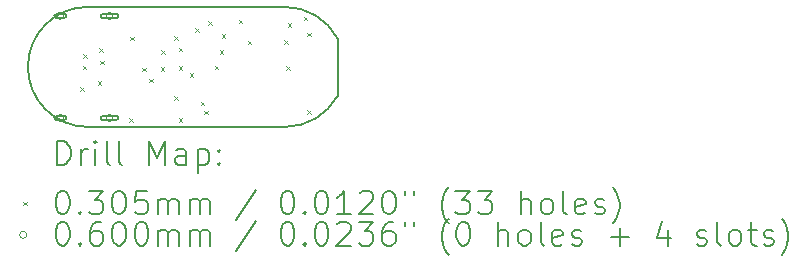
<source format=gbr>
%FSLAX45Y45*%
G04 Gerber Fmt 4.5, Leading zero omitted, Abs format (unit mm)*
G04 Created by KiCad (PCBNEW (6.0.5)) date 2022-09-22 00:28:23*
%MOMM*%
%LPD*%
G01*
G04 APERTURE LIST*
%TA.AperFunction,Profile*%
%ADD10C,0.203200*%
%TD*%
%ADD11C,0.200000*%
%ADD12C,0.030480*%
%ADD13C,0.060000*%
G04 APERTURE END LIST*
D10*
X401320Y508000D02*
G75*
G03*
X401320Y-508000I0J-508000D01*
G01*
X2516590Y238762D02*
G75*
G03*
X2069546Y508000I-447010J-236462D01*
G01*
X2516586Y238760D02*
X2516586Y-243840D01*
X401320Y-508000D02*
X2069546Y-508000D01*
X401320Y508000D02*
X2069546Y508000D01*
X2069546Y-507996D02*
G75*
G03*
X2516586Y-243840I54J510256D01*
G01*
D11*
D12*
X338513Y-173892D02*
X368993Y-204372D01*
X368993Y-173892D02*
X338513Y-204372D01*
X355600Y10160D02*
X386080Y-20320D01*
X386080Y10160D02*
X355600Y-20320D01*
X360680Y106680D02*
X391160Y76200D01*
X391160Y106680D02*
X360680Y76200D01*
X482600Y-121920D02*
X513080Y-152400D01*
X513080Y-121920D02*
X482600Y-152400D01*
X497840Y160020D02*
X528320Y129540D01*
X528320Y160020D02*
X497840Y129540D01*
X502964Y50844D02*
X533444Y20364D01*
X533444Y50844D02*
X502964Y20364D01*
X748603Y-433170D02*
X779083Y-463650D01*
X779083Y-433170D02*
X748603Y-463650D01*
X759170Y256830D02*
X789650Y226350D01*
X789650Y256830D02*
X759170Y226350D01*
X858520Y-6810D02*
X889000Y-37290D01*
X889000Y-6810D02*
X858520Y-37290D01*
X920780Y-100300D02*
X951260Y-130780D01*
X951260Y-100300D02*
X920780Y-130780D01*
X1017300Y-3780D02*
X1047780Y-34260D01*
X1047780Y-3780D02*
X1017300Y-34260D01*
X1022300Y143460D02*
X1052780Y112980D01*
X1052780Y143460D02*
X1022300Y112980D01*
X1130781Y258123D02*
X1161261Y227643D01*
X1161261Y258123D02*
X1130781Y227643D01*
X1131004Y-248008D02*
X1161484Y-278489D01*
X1161484Y-248008D02*
X1131004Y-278489D01*
X1168400Y162560D02*
X1198880Y132080D01*
X1198880Y162560D02*
X1168400Y132080D01*
X1168400Y5080D02*
X1198880Y-25400D01*
X1198880Y5080D02*
X1168400Y-25400D01*
X1170172Y-432320D02*
X1200652Y-462800D01*
X1200652Y-432320D02*
X1170172Y-462800D01*
X1264170Y-54560D02*
X1294650Y-85040D01*
X1294650Y-54560D02*
X1264170Y-85040D01*
X1310288Y325733D02*
X1340768Y295253D01*
X1340768Y325733D02*
X1310288Y295253D01*
X1356360Y-294640D02*
X1386840Y-325120D01*
X1386840Y-294640D02*
X1356360Y-325120D01*
X1383681Y-371138D02*
X1414161Y-401618D01*
X1414161Y-371138D02*
X1383681Y-401618D01*
X1418994Y386080D02*
X1449474Y355600D01*
X1449474Y386080D02*
X1418994Y355600D01*
X1473600Y10560D02*
X1504080Y-19920D01*
X1504080Y10560D02*
X1473600Y-19920D01*
X1518096Y142334D02*
X1548576Y111854D01*
X1548576Y142334D02*
X1518096Y111854D01*
X1535480Y275978D02*
X1565960Y245498D01*
X1565960Y275978D02*
X1535480Y245498D01*
X1678940Y401261D02*
X1709420Y370781D01*
X1709420Y401261D02*
X1678940Y370781D01*
X1752600Y223520D02*
X1783080Y193040D01*
X1783080Y223520D02*
X1752600Y193040D01*
X2063800Y227637D02*
X2094280Y197157D01*
X2094280Y227637D02*
X2063800Y197157D01*
X2077720Y5080D02*
X2108200Y-25400D01*
X2108200Y5080D02*
X2077720Y-25400D01*
X2093917Y371427D02*
X2124397Y340947D01*
X2124397Y371427D02*
X2093917Y340947D01*
X2226896Y424619D02*
X2257376Y394139D01*
X2257376Y424619D02*
X2226896Y394139D01*
X2255520Y289560D02*
X2286000Y259080D01*
X2286000Y289560D02*
X2255520Y259080D01*
X2255520Y-365760D02*
X2286000Y-396240D01*
X2286000Y-365760D02*
X2255520Y-396240D01*
D13*
X196820Y432000D02*
G75*
G03*
X196820Y432000I-30000J0D01*
G01*
D11*
X196820Y452000D02*
X136820Y452000D01*
X196820Y412000D02*
X136820Y412000D01*
X136820Y452000D02*
G75*
G03*
X136820Y412000I0J-20000D01*
G01*
X196820Y412000D02*
G75*
G03*
X196820Y452000I0J20000D01*
G01*
D13*
X196820Y-432000D02*
G75*
G03*
X196820Y-432000I-30000J0D01*
G01*
D11*
X196820Y-412000D02*
X136820Y-412000D01*
X196820Y-452000D02*
X136820Y-452000D01*
X136820Y-412000D02*
G75*
G03*
X136820Y-452000I0J-20000D01*
G01*
X196820Y-452000D02*
G75*
G03*
X196820Y-412000I0J20000D01*
G01*
D13*
X614820Y432000D02*
G75*
G03*
X614820Y432000I-30000J0D01*
G01*
D11*
X639820Y452000D02*
X529820Y452000D01*
X639820Y412000D02*
X529820Y412000D01*
X529820Y452000D02*
G75*
G03*
X529820Y412000I0J-20000D01*
G01*
X639820Y412000D02*
G75*
G03*
X639820Y452000I0J20000D01*
G01*
D13*
X614820Y-432000D02*
G75*
G03*
X614820Y-432000I-30000J0D01*
G01*
D11*
X639820Y-412000D02*
X529820Y-412000D01*
X639820Y-452000D02*
X529820Y-452000D01*
X529820Y-412000D02*
G75*
G03*
X529820Y-452000I0J-20000D01*
G01*
X639820Y-452000D02*
G75*
G03*
X639820Y-412000I0J20000D01*
G01*
X140779Y-828636D02*
X140779Y-628636D01*
X188398Y-628636D01*
X216969Y-638160D01*
X236017Y-657208D01*
X245541Y-676255D01*
X255065Y-714350D01*
X255065Y-742922D01*
X245541Y-781017D01*
X236017Y-800065D01*
X216969Y-819112D01*
X188398Y-828636D01*
X140779Y-828636D01*
X340779Y-828636D02*
X340779Y-695303D01*
X340779Y-733398D02*
X350303Y-714350D01*
X359827Y-704827D01*
X378874Y-695303D01*
X397922Y-695303D01*
X464588Y-828636D02*
X464588Y-695303D01*
X464588Y-628636D02*
X455065Y-638160D01*
X464588Y-647684D01*
X474112Y-638160D01*
X464588Y-628636D01*
X464588Y-647684D01*
X588398Y-828636D02*
X569350Y-819112D01*
X559827Y-800065D01*
X559827Y-628636D01*
X693160Y-828636D02*
X674112Y-819112D01*
X664589Y-800065D01*
X664589Y-628636D01*
X921731Y-828636D02*
X921731Y-628636D01*
X988398Y-771493D01*
X1055065Y-628636D01*
X1055065Y-828636D01*
X1236017Y-828636D02*
X1236017Y-723874D01*
X1226493Y-704827D01*
X1207446Y-695303D01*
X1169350Y-695303D01*
X1150303Y-704827D01*
X1236017Y-819112D02*
X1216970Y-828636D01*
X1169350Y-828636D01*
X1150303Y-819112D01*
X1140779Y-800065D01*
X1140779Y-781017D01*
X1150303Y-761969D01*
X1169350Y-752446D01*
X1216970Y-752446D01*
X1236017Y-742922D01*
X1331255Y-695303D02*
X1331255Y-895303D01*
X1331255Y-704827D02*
X1350303Y-695303D01*
X1388398Y-695303D01*
X1407446Y-704827D01*
X1416969Y-714350D01*
X1426493Y-733398D01*
X1426493Y-790541D01*
X1416969Y-809588D01*
X1407446Y-819112D01*
X1388398Y-828636D01*
X1350303Y-828636D01*
X1331255Y-819112D01*
X1512208Y-809588D02*
X1521731Y-819112D01*
X1512208Y-828636D01*
X1502684Y-819112D01*
X1512208Y-809588D01*
X1512208Y-828636D01*
X1512208Y-704827D02*
X1521731Y-714350D01*
X1512208Y-723874D01*
X1502684Y-714350D01*
X1512208Y-704827D01*
X1512208Y-723874D01*
D12*
X-147320Y-1142920D02*
X-116840Y-1173400D01*
X-116840Y-1142920D02*
X-147320Y-1173400D01*
D11*
X178874Y-1048636D02*
X197922Y-1048636D01*
X216969Y-1058160D01*
X226493Y-1067684D01*
X236017Y-1086731D01*
X245541Y-1124827D01*
X245541Y-1172446D01*
X236017Y-1210541D01*
X226493Y-1229589D01*
X216969Y-1239112D01*
X197922Y-1248636D01*
X178874Y-1248636D01*
X159827Y-1239112D01*
X150303Y-1229589D01*
X140779Y-1210541D01*
X131255Y-1172446D01*
X131255Y-1124827D01*
X140779Y-1086731D01*
X150303Y-1067684D01*
X159827Y-1058160D01*
X178874Y-1048636D01*
X331255Y-1229589D02*
X340779Y-1239112D01*
X331255Y-1248636D01*
X321731Y-1239112D01*
X331255Y-1229589D01*
X331255Y-1248636D01*
X407446Y-1048636D02*
X531255Y-1048636D01*
X464588Y-1124827D01*
X493160Y-1124827D01*
X512208Y-1134350D01*
X521731Y-1143874D01*
X531255Y-1162922D01*
X531255Y-1210541D01*
X521731Y-1229589D01*
X512208Y-1239112D01*
X493160Y-1248636D01*
X436017Y-1248636D01*
X416969Y-1239112D01*
X407446Y-1229589D01*
X655065Y-1048636D02*
X674112Y-1048636D01*
X693160Y-1058160D01*
X702684Y-1067684D01*
X712208Y-1086731D01*
X721731Y-1124827D01*
X721731Y-1172446D01*
X712208Y-1210541D01*
X702684Y-1229589D01*
X693160Y-1239112D01*
X674112Y-1248636D01*
X655065Y-1248636D01*
X636017Y-1239112D01*
X626493Y-1229589D01*
X616970Y-1210541D01*
X607446Y-1172446D01*
X607446Y-1124827D01*
X616970Y-1086731D01*
X626493Y-1067684D01*
X636017Y-1058160D01*
X655065Y-1048636D01*
X902684Y-1048636D02*
X807446Y-1048636D01*
X797922Y-1143874D01*
X807446Y-1134350D01*
X826493Y-1124827D01*
X874112Y-1124827D01*
X893160Y-1134350D01*
X902684Y-1143874D01*
X912208Y-1162922D01*
X912208Y-1210541D01*
X902684Y-1229589D01*
X893160Y-1239112D01*
X874112Y-1248636D01*
X826493Y-1248636D01*
X807446Y-1239112D01*
X797922Y-1229589D01*
X997922Y-1248636D02*
X997922Y-1115303D01*
X997922Y-1134350D02*
X1007446Y-1124827D01*
X1026493Y-1115303D01*
X1055065Y-1115303D01*
X1074112Y-1124827D01*
X1083636Y-1143874D01*
X1083636Y-1248636D01*
X1083636Y-1143874D02*
X1093160Y-1124827D01*
X1112208Y-1115303D01*
X1140779Y-1115303D01*
X1159827Y-1124827D01*
X1169350Y-1143874D01*
X1169350Y-1248636D01*
X1264589Y-1248636D02*
X1264589Y-1115303D01*
X1264589Y-1134350D02*
X1274112Y-1124827D01*
X1293160Y-1115303D01*
X1321731Y-1115303D01*
X1340779Y-1124827D01*
X1350303Y-1143874D01*
X1350303Y-1248636D01*
X1350303Y-1143874D02*
X1359827Y-1124827D01*
X1378874Y-1115303D01*
X1407446Y-1115303D01*
X1426493Y-1124827D01*
X1436017Y-1143874D01*
X1436017Y-1248636D01*
X1826493Y-1039112D02*
X1655065Y-1296255D01*
X2083636Y-1048636D02*
X2102684Y-1048636D01*
X2121731Y-1058160D01*
X2131255Y-1067684D01*
X2140779Y-1086731D01*
X2150303Y-1124827D01*
X2150303Y-1172446D01*
X2140779Y-1210541D01*
X2131255Y-1229589D01*
X2121731Y-1239112D01*
X2102684Y-1248636D01*
X2083636Y-1248636D01*
X2064588Y-1239112D01*
X2055065Y-1229589D01*
X2045541Y-1210541D01*
X2036017Y-1172446D01*
X2036017Y-1124827D01*
X2045541Y-1086731D01*
X2055065Y-1067684D01*
X2064588Y-1058160D01*
X2083636Y-1048636D01*
X2236017Y-1229589D02*
X2245541Y-1239112D01*
X2236017Y-1248636D01*
X2226493Y-1239112D01*
X2236017Y-1229589D01*
X2236017Y-1248636D01*
X2369350Y-1048636D02*
X2388398Y-1048636D01*
X2407446Y-1058160D01*
X2416970Y-1067684D01*
X2426493Y-1086731D01*
X2436017Y-1124827D01*
X2436017Y-1172446D01*
X2426493Y-1210541D01*
X2416970Y-1229589D01*
X2407446Y-1239112D01*
X2388398Y-1248636D01*
X2369350Y-1248636D01*
X2350303Y-1239112D01*
X2340779Y-1229589D01*
X2331255Y-1210541D01*
X2321731Y-1172446D01*
X2321731Y-1124827D01*
X2331255Y-1086731D01*
X2340779Y-1067684D01*
X2350303Y-1058160D01*
X2369350Y-1048636D01*
X2626493Y-1248636D02*
X2512208Y-1248636D01*
X2569350Y-1248636D02*
X2569350Y-1048636D01*
X2550303Y-1077208D01*
X2531255Y-1096255D01*
X2512208Y-1105779D01*
X2702684Y-1067684D02*
X2712208Y-1058160D01*
X2731255Y-1048636D01*
X2778874Y-1048636D01*
X2797922Y-1058160D01*
X2807446Y-1067684D01*
X2816969Y-1086731D01*
X2816969Y-1105779D01*
X2807446Y-1134350D01*
X2693160Y-1248636D01*
X2816969Y-1248636D01*
X2940779Y-1048636D02*
X2959827Y-1048636D01*
X2978874Y-1058160D01*
X2988398Y-1067684D01*
X2997922Y-1086731D01*
X3007446Y-1124827D01*
X3007446Y-1172446D01*
X2997922Y-1210541D01*
X2988398Y-1229589D01*
X2978874Y-1239112D01*
X2959827Y-1248636D01*
X2940779Y-1248636D01*
X2921731Y-1239112D01*
X2912208Y-1229589D01*
X2902684Y-1210541D01*
X2893160Y-1172446D01*
X2893160Y-1124827D01*
X2902684Y-1086731D01*
X2912208Y-1067684D01*
X2921731Y-1058160D01*
X2940779Y-1048636D01*
X3083636Y-1048636D02*
X3083636Y-1086731D01*
X3159827Y-1048636D02*
X3159827Y-1086731D01*
X3455065Y-1324827D02*
X3445541Y-1315303D01*
X3426493Y-1286731D01*
X3416969Y-1267684D01*
X3407446Y-1239112D01*
X3397922Y-1191493D01*
X3397922Y-1153398D01*
X3407446Y-1105779D01*
X3416969Y-1077208D01*
X3426493Y-1058160D01*
X3445541Y-1029588D01*
X3455065Y-1020065D01*
X3512208Y-1048636D02*
X3636017Y-1048636D01*
X3569350Y-1124827D01*
X3597922Y-1124827D01*
X3616969Y-1134350D01*
X3626493Y-1143874D01*
X3636017Y-1162922D01*
X3636017Y-1210541D01*
X3626493Y-1229589D01*
X3616969Y-1239112D01*
X3597922Y-1248636D01*
X3540779Y-1248636D01*
X3521731Y-1239112D01*
X3512208Y-1229589D01*
X3702684Y-1048636D02*
X3826493Y-1048636D01*
X3759827Y-1124827D01*
X3788398Y-1124827D01*
X3807446Y-1134350D01*
X3816969Y-1143874D01*
X3826493Y-1162922D01*
X3826493Y-1210541D01*
X3816969Y-1229589D01*
X3807446Y-1239112D01*
X3788398Y-1248636D01*
X3731255Y-1248636D01*
X3712208Y-1239112D01*
X3702684Y-1229589D01*
X4064588Y-1248636D02*
X4064588Y-1048636D01*
X4150303Y-1248636D02*
X4150303Y-1143874D01*
X4140779Y-1124827D01*
X4121731Y-1115303D01*
X4093160Y-1115303D01*
X4074112Y-1124827D01*
X4064588Y-1134350D01*
X4274112Y-1248636D02*
X4255065Y-1239112D01*
X4245541Y-1229589D01*
X4236017Y-1210541D01*
X4236017Y-1153398D01*
X4245541Y-1134350D01*
X4255065Y-1124827D01*
X4274112Y-1115303D01*
X4302684Y-1115303D01*
X4321731Y-1124827D01*
X4331255Y-1134350D01*
X4340779Y-1153398D01*
X4340779Y-1210541D01*
X4331255Y-1229589D01*
X4321731Y-1239112D01*
X4302684Y-1248636D01*
X4274112Y-1248636D01*
X4455065Y-1248636D02*
X4436017Y-1239112D01*
X4426493Y-1220065D01*
X4426493Y-1048636D01*
X4607446Y-1239112D02*
X4588398Y-1248636D01*
X4550303Y-1248636D01*
X4531255Y-1239112D01*
X4521731Y-1220065D01*
X4521731Y-1143874D01*
X4531255Y-1124827D01*
X4550303Y-1115303D01*
X4588398Y-1115303D01*
X4607446Y-1124827D01*
X4616970Y-1143874D01*
X4616970Y-1162922D01*
X4521731Y-1181970D01*
X4693160Y-1239112D02*
X4712208Y-1248636D01*
X4750303Y-1248636D01*
X4769350Y-1239112D01*
X4778874Y-1220065D01*
X4778874Y-1210541D01*
X4769350Y-1191493D01*
X4750303Y-1181970D01*
X4721731Y-1181970D01*
X4702684Y-1172446D01*
X4693160Y-1153398D01*
X4693160Y-1143874D01*
X4702684Y-1124827D01*
X4721731Y-1115303D01*
X4750303Y-1115303D01*
X4769350Y-1124827D01*
X4845541Y-1324827D02*
X4855065Y-1315303D01*
X4874112Y-1286731D01*
X4883636Y-1267684D01*
X4893160Y-1239112D01*
X4902684Y-1191493D01*
X4902684Y-1153398D01*
X4893160Y-1105779D01*
X4883636Y-1077208D01*
X4874112Y-1058160D01*
X4855065Y-1029588D01*
X4845541Y-1020065D01*
D13*
X-116840Y-1422160D02*
G75*
G03*
X-116840Y-1422160I-30000J0D01*
G01*
D11*
X178874Y-1312636D02*
X197922Y-1312636D01*
X216969Y-1322160D01*
X226493Y-1331684D01*
X236017Y-1350731D01*
X245541Y-1388827D01*
X245541Y-1436446D01*
X236017Y-1474541D01*
X226493Y-1493588D01*
X216969Y-1503112D01*
X197922Y-1512636D01*
X178874Y-1512636D01*
X159827Y-1503112D01*
X150303Y-1493588D01*
X140779Y-1474541D01*
X131255Y-1436446D01*
X131255Y-1388827D01*
X140779Y-1350731D01*
X150303Y-1331684D01*
X159827Y-1322160D01*
X178874Y-1312636D01*
X331255Y-1493588D02*
X340779Y-1503112D01*
X331255Y-1512636D01*
X321731Y-1503112D01*
X331255Y-1493588D01*
X331255Y-1512636D01*
X512208Y-1312636D02*
X474112Y-1312636D01*
X455065Y-1322160D01*
X445541Y-1331684D01*
X426493Y-1360255D01*
X416969Y-1398350D01*
X416969Y-1474541D01*
X426493Y-1493588D01*
X436017Y-1503112D01*
X455065Y-1512636D01*
X493160Y-1512636D01*
X512208Y-1503112D01*
X521731Y-1493588D01*
X531255Y-1474541D01*
X531255Y-1426922D01*
X521731Y-1407874D01*
X512208Y-1398350D01*
X493160Y-1388827D01*
X455065Y-1388827D01*
X436017Y-1398350D01*
X426493Y-1407874D01*
X416969Y-1426922D01*
X655065Y-1312636D02*
X674112Y-1312636D01*
X693160Y-1322160D01*
X702684Y-1331684D01*
X712208Y-1350731D01*
X721731Y-1388827D01*
X721731Y-1436446D01*
X712208Y-1474541D01*
X702684Y-1493588D01*
X693160Y-1503112D01*
X674112Y-1512636D01*
X655065Y-1512636D01*
X636017Y-1503112D01*
X626493Y-1493588D01*
X616970Y-1474541D01*
X607446Y-1436446D01*
X607446Y-1388827D01*
X616970Y-1350731D01*
X626493Y-1331684D01*
X636017Y-1322160D01*
X655065Y-1312636D01*
X845541Y-1312636D02*
X864588Y-1312636D01*
X883636Y-1322160D01*
X893160Y-1331684D01*
X902684Y-1350731D01*
X912208Y-1388827D01*
X912208Y-1436446D01*
X902684Y-1474541D01*
X893160Y-1493588D01*
X883636Y-1503112D01*
X864588Y-1512636D01*
X845541Y-1512636D01*
X826493Y-1503112D01*
X816969Y-1493588D01*
X807446Y-1474541D01*
X797922Y-1436446D01*
X797922Y-1388827D01*
X807446Y-1350731D01*
X816969Y-1331684D01*
X826493Y-1322160D01*
X845541Y-1312636D01*
X997922Y-1512636D02*
X997922Y-1379303D01*
X997922Y-1398350D02*
X1007446Y-1388827D01*
X1026493Y-1379303D01*
X1055065Y-1379303D01*
X1074112Y-1388827D01*
X1083636Y-1407874D01*
X1083636Y-1512636D01*
X1083636Y-1407874D02*
X1093160Y-1388827D01*
X1112208Y-1379303D01*
X1140779Y-1379303D01*
X1159827Y-1388827D01*
X1169350Y-1407874D01*
X1169350Y-1512636D01*
X1264589Y-1512636D02*
X1264589Y-1379303D01*
X1264589Y-1398350D02*
X1274112Y-1388827D01*
X1293160Y-1379303D01*
X1321731Y-1379303D01*
X1340779Y-1388827D01*
X1350303Y-1407874D01*
X1350303Y-1512636D01*
X1350303Y-1407874D02*
X1359827Y-1388827D01*
X1378874Y-1379303D01*
X1407446Y-1379303D01*
X1426493Y-1388827D01*
X1436017Y-1407874D01*
X1436017Y-1512636D01*
X1826493Y-1303112D02*
X1655065Y-1560255D01*
X2083636Y-1312636D02*
X2102684Y-1312636D01*
X2121731Y-1322160D01*
X2131255Y-1331684D01*
X2140779Y-1350731D01*
X2150303Y-1388827D01*
X2150303Y-1436446D01*
X2140779Y-1474541D01*
X2131255Y-1493588D01*
X2121731Y-1503112D01*
X2102684Y-1512636D01*
X2083636Y-1512636D01*
X2064588Y-1503112D01*
X2055065Y-1493588D01*
X2045541Y-1474541D01*
X2036017Y-1436446D01*
X2036017Y-1388827D01*
X2045541Y-1350731D01*
X2055065Y-1331684D01*
X2064588Y-1322160D01*
X2083636Y-1312636D01*
X2236017Y-1493588D02*
X2245541Y-1503112D01*
X2236017Y-1512636D01*
X2226493Y-1503112D01*
X2236017Y-1493588D01*
X2236017Y-1512636D01*
X2369350Y-1312636D02*
X2388398Y-1312636D01*
X2407446Y-1322160D01*
X2416970Y-1331684D01*
X2426493Y-1350731D01*
X2436017Y-1388827D01*
X2436017Y-1436446D01*
X2426493Y-1474541D01*
X2416970Y-1493588D01*
X2407446Y-1503112D01*
X2388398Y-1512636D01*
X2369350Y-1512636D01*
X2350303Y-1503112D01*
X2340779Y-1493588D01*
X2331255Y-1474541D01*
X2321731Y-1436446D01*
X2321731Y-1388827D01*
X2331255Y-1350731D01*
X2340779Y-1331684D01*
X2350303Y-1322160D01*
X2369350Y-1312636D01*
X2512208Y-1331684D02*
X2521731Y-1322160D01*
X2540779Y-1312636D01*
X2588398Y-1312636D01*
X2607446Y-1322160D01*
X2616970Y-1331684D01*
X2626493Y-1350731D01*
X2626493Y-1369779D01*
X2616970Y-1398350D01*
X2502684Y-1512636D01*
X2626493Y-1512636D01*
X2693160Y-1312636D02*
X2816969Y-1312636D01*
X2750303Y-1388827D01*
X2778874Y-1388827D01*
X2797922Y-1398350D01*
X2807446Y-1407874D01*
X2816969Y-1426922D01*
X2816969Y-1474541D01*
X2807446Y-1493588D01*
X2797922Y-1503112D01*
X2778874Y-1512636D01*
X2721731Y-1512636D01*
X2702684Y-1503112D01*
X2693160Y-1493588D01*
X2988398Y-1312636D02*
X2950303Y-1312636D01*
X2931255Y-1322160D01*
X2921731Y-1331684D01*
X2902684Y-1360255D01*
X2893160Y-1398350D01*
X2893160Y-1474541D01*
X2902684Y-1493588D01*
X2912208Y-1503112D01*
X2931255Y-1512636D01*
X2969350Y-1512636D01*
X2988398Y-1503112D01*
X2997922Y-1493588D01*
X3007446Y-1474541D01*
X3007446Y-1426922D01*
X2997922Y-1407874D01*
X2988398Y-1398350D01*
X2969350Y-1388827D01*
X2931255Y-1388827D01*
X2912208Y-1398350D01*
X2902684Y-1407874D01*
X2893160Y-1426922D01*
X3083636Y-1312636D02*
X3083636Y-1350731D01*
X3159827Y-1312636D02*
X3159827Y-1350731D01*
X3455065Y-1588827D02*
X3445541Y-1579303D01*
X3426493Y-1550731D01*
X3416969Y-1531684D01*
X3407446Y-1503112D01*
X3397922Y-1455493D01*
X3397922Y-1417398D01*
X3407446Y-1369779D01*
X3416969Y-1341208D01*
X3426493Y-1322160D01*
X3445541Y-1293589D01*
X3455065Y-1284065D01*
X3569350Y-1312636D02*
X3588398Y-1312636D01*
X3607446Y-1322160D01*
X3616969Y-1331684D01*
X3626493Y-1350731D01*
X3636017Y-1388827D01*
X3636017Y-1436446D01*
X3626493Y-1474541D01*
X3616969Y-1493588D01*
X3607446Y-1503112D01*
X3588398Y-1512636D01*
X3569350Y-1512636D01*
X3550303Y-1503112D01*
X3540779Y-1493588D01*
X3531255Y-1474541D01*
X3521731Y-1436446D01*
X3521731Y-1388827D01*
X3531255Y-1350731D01*
X3540779Y-1331684D01*
X3550303Y-1322160D01*
X3569350Y-1312636D01*
X3874112Y-1512636D02*
X3874112Y-1312636D01*
X3959827Y-1512636D02*
X3959827Y-1407874D01*
X3950303Y-1388827D01*
X3931255Y-1379303D01*
X3902684Y-1379303D01*
X3883636Y-1388827D01*
X3874112Y-1398350D01*
X4083636Y-1512636D02*
X4064588Y-1503112D01*
X4055065Y-1493588D01*
X4045541Y-1474541D01*
X4045541Y-1417398D01*
X4055065Y-1398350D01*
X4064588Y-1388827D01*
X4083636Y-1379303D01*
X4112208Y-1379303D01*
X4131255Y-1388827D01*
X4140779Y-1398350D01*
X4150303Y-1417398D01*
X4150303Y-1474541D01*
X4140779Y-1493588D01*
X4131255Y-1503112D01*
X4112208Y-1512636D01*
X4083636Y-1512636D01*
X4264589Y-1512636D02*
X4245541Y-1503112D01*
X4236017Y-1484065D01*
X4236017Y-1312636D01*
X4416970Y-1503112D02*
X4397922Y-1512636D01*
X4359827Y-1512636D01*
X4340779Y-1503112D01*
X4331255Y-1484065D01*
X4331255Y-1407874D01*
X4340779Y-1388827D01*
X4359827Y-1379303D01*
X4397922Y-1379303D01*
X4416970Y-1388827D01*
X4426493Y-1407874D01*
X4426493Y-1426922D01*
X4331255Y-1445969D01*
X4502684Y-1503112D02*
X4521731Y-1512636D01*
X4559827Y-1512636D01*
X4578874Y-1503112D01*
X4588398Y-1484065D01*
X4588398Y-1474541D01*
X4578874Y-1455493D01*
X4559827Y-1445969D01*
X4531255Y-1445969D01*
X4512208Y-1436446D01*
X4502684Y-1417398D01*
X4502684Y-1407874D01*
X4512208Y-1388827D01*
X4531255Y-1379303D01*
X4559827Y-1379303D01*
X4578874Y-1388827D01*
X4826493Y-1436446D02*
X4978874Y-1436446D01*
X4902684Y-1512636D02*
X4902684Y-1360255D01*
X5312208Y-1379303D02*
X5312208Y-1512636D01*
X5264589Y-1303112D02*
X5216970Y-1445969D01*
X5340779Y-1445969D01*
X5559827Y-1503112D02*
X5578874Y-1512636D01*
X5616969Y-1512636D01*
X5636017Y-1503112D01*
X5645541Y-1484065D01*
X5645541Y-1474541D01*
X5636017Y-1455493D01*
X5616969Y-1445969D01*
X5588398Y-1445969D01*
X5569350Y-1436446D01*
X5559827Y-1417398D01*
X5559827Y-1407874D01*
X5569350Y-1388827D01*
X5588398Y-1379303D01*
X5616969Y-1379303D01*
X5636017Y-1388827D01*
X5759827Y-1512636D02*
X5740779Y-1503112D01*
X5731255Y-1484065D01*
X5731255Y-1312636D01*
X5864588Y-1512636D02*
X5845541Y-1503112D01*
X5836017Y-1493588D01*
X5826493Y-1474541D01*
X5826493Y-1417398D01*
X5836017Y-1398350D01*
X5845541Y-1388827D01*
X5864588Y-1379303D01*
X5893160Y-1379303D01*
X5912208Y-1388827D01*
X5921731Y-1398350D01*
X5931255Y-1417398D01*
X5931255Y-1474541D01*
X5921731Y-1493588D01*
X5912208Y-1503112D01*
X5893160Y-1512636D01*
X5864588Y-1512636D01*
X5988398Y-1379303D02*
X6064588Y-1379303D01*
X6016969Y-1312636D02*
X6016969Y-1484065D01*
X6026493Y-1503112D01*
X6045541Y-1512636D01*
X6064588Y-1512636D01*
X6121731Y-1503112D02*
X6140779Y-1512636D01*
X6178874Y-1512636D01*
X6197922Y-1503112D01*
X6207446Y-1484065D01*
X6207446Y-1474541D01*
X6197922Y-1455493D01*
X6178874Y-1445969D01*
X6150303Y-1445969D01*
X6131255Y-1436446D01*
X6121731Y-1417398D01*
X6121731Y-1407874D01*
X6131255Y-1388827D01*
X6150303Y-1379303D01*
X6178874Y-1379303D01*
X6197922Y-1388827D01*
X6274112Y-1588827D02*
X6283636Y-1579303D01*
X6302684Y-1550731D01*
X6312208Y-1531684D01*
X6321731Y-1503112D01*
X6331255Y-1455493D01*
X6331255Y-1417398D01*
X6321731Y-1369779D01*
X6312208Y-1341208D01*
X6302684Y-1322160D01*
X6283636Y-1293589D01*
X6274112Y-1284065D01*
M02*

</source>
